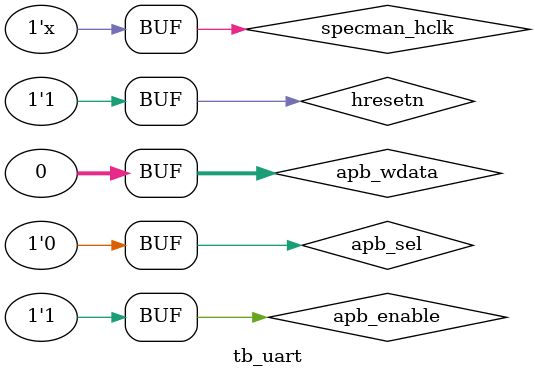
<source format=v>
/*---------------------------------------------------------------
File name   :  tb_uart.v

Title       :  Uart top module 

Project     :  Module UART

Developers  :  

Created     :  November 2010

Description :  uart top verilog file 

Notes       :  
---------------------------------------------------------------

//  Copyright 1999-2010 Cadence Design Systems, Inc.
//  All Rights Reserved Worldwide
//  
//  Licensed under the Apache License, Version 2.0 (the
//  "License"); you may not use this file except in
//  compliance with the License.  You may obtain a copy of
//  the License at
//  
//  http://www.apache.org/licenses/LICENSE-2.0
//  
//  Unless required by applicable law or agreed to in
//  writing, software distributed under the License is
//  distributed on an "AS IS" BASIS, WITHOUT WARRANTIES OR
//  CONDITIONS OF ANY KIND, either express or implied.  See
//  the License for the specific language governing
//  permissions and limitations under the License.
 
---------------------------------------------------------------*/

`timescale 1ns/10ps


// ========================================================
// Example for an hdl top file for a DUT Slave. 
// It contains the following steps :
//
//   1.Environments constants (Data and Address width)
//
//   2.SHARED signals definitions
//
//   3.DUT signals (slave) definitions
//
//   4.UVC AGENTS signals definitions
//
//   5.DUT Instantiation
//
//   6.MUXES Instantiations
//
//   7.Initialization (Reset, clock)
//
// =========================================================



module tb_uart;
   
  
  // ====================================
  // ====================================
  // SHARED signals
  // ====================================
  // ====================================
  reg clock;
  reg hresetn;
  reg [6:0] apb_addr;
  reg apb_rwd;
  reg [31:0] apb_wdata;
  reg apb_enable;

  reg apb_slverr;
  wire [31:0] apb_rdata;
  wire [3:0] wb_sel;
  wire apb_ready;
  
  reg apb_sel;

  reg rxd;
  wire txd;

  wire ri_n;
  reg cts_n;
  wire dsr_n;
  wire rts_n;
  wire dtr_n;
  wire dcd_n;
  assign wb_sel = (apb_addr[1:0] == 0) ? 4'b0001 : (apb_addr[1:0] == 1 ? 4'b0010 : (apb_addr[1:0] == 2 ? 4'b0100 : 4'b1000)); 
   
  // clock
  reg specman_hclk;

  
  //RTL Instantiation
  uart_top  uart_dut (

    // Clock
    .wb_clk_i(specman_hclk), 
	
    // Wishbone signals
    .wb_rst_i(~hresetn),
    .wb_adr_i(apb_addr[4:0]),
    .wb_dat_i(apb_wdata),
    .wb_dat_o(apb_rdata),
    .wb_we_i(apb_rwd),
    .wb_stb_i(apb_sel),
    .wb_cyc_i(apb_sel),
    .wb_ack_o(apb_ready),
    .wb_sel_i(wb_sel),
    .int_o(), // interrupt request

    // UART signals
    // serial input/output
    .stx_pad_o(txd),
    .srx_pad_i(rxd),

    // modem signals
    .rts_pad_o(rts_n),
    .cts_pad_i(cts_n),
    .dtr_pad_o(dtr_n),
    .dsr_pad_i(dsr_n),
    .ri_pad_i(ri_n),
    .dcd_pad_i(dcd_n)
  );

  initial begin

    // Simulation Clock Initialization
    specman_hclk = 0;
    
    // Reset Initialization
    hresetn = 0;
    apb_sel = 1'b0;
    apb_enable = 1'b1;
    apb_wdata = 0;
    #80 hresetn = 1;
    #400 hresetn = 0;
    #400 hresetn = 1;
  end  

 // Clock Generator
 always #40 specman_hclk = ~specman_hclk;

endmodule

</source>
